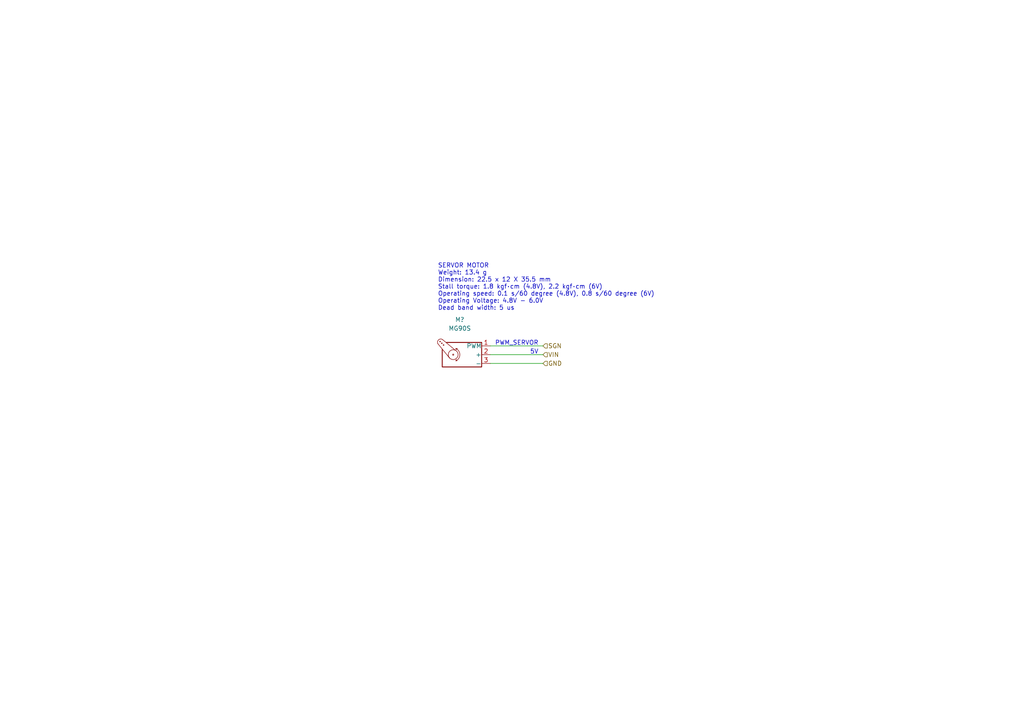
<source format=kicad_sch>
(kicad_sch (version 20211123) (generator eeschema)
  (paper "A4")
  (title_block (company "Version: ADA 0-0-0") (comment 1 "Low Fidelity Prototyped") (comment 3 "Author: Thiago Martins de Sousa") (comment 4 "UnB - FGA | Eletronic Engineering"))
  (lib_symbols
    (symbol "Motor:Motor_Servo" (pin_names (offset 0.0254))
      (property "Reference" "M" (at -5.08 4.445 0))
      (property "Value" "Motor_Servo" (at -5.08 -4.064 0))
      (symbol "Motor_Servo_0_1"
        (polyline (pts (xy 2.413 -1.778) (xy 2.032 -1.778)))
        (polyline (pts (xy 2.413 -1.778) (xy 2.286 -1.397)))
        (polyline (pts (xy 2.413 1.778) (xy 1.905 1.778)))
        (polyline (pts (xy 2.413 1.778) (xy 2.286 1.397)))
        (polyline (pts (xy 6.35 4.445) (xy 2.54 1.27)))
        (polyline (pts (xy 7.62 3.175) (xy 4.191 -1.016)))
        (polyline (pts (xy 5.08 3.556) (xy -5.08 3.556) (xy -5.08 -3.556) (xy 6.35 -3.556) (xy 6.35 1.524)) (stroke (width 0.254)))
        (arc (start 2.413 1.778) (mid 1.2406 0) (end 2.413 -1.778))
        (circle (center 3.175 0) (radius 0.1778))
        (circle (center 3.175 0) (radius 1.4224))
        (circle (center 5.969 2.794) (radius 0.127))
        (circle (center 6.477 3.302) (radius 0.127))
        (circle (center 6.985 3.81) (radius 0.127))
        (arc (start 7.62 3.175) (mid 7.4485 4.2735) (end 6.35 4.445))
      )
      (symbol "Motor_Servo_1_1"
        (pin passive line (at -7.62 2.54 0) (length 2.54) (name "PWM") (number "1"))
        (pin passive line (at -7.62 0 0) (length 2.54) (name "+") (number "2"))
        (pin passive line (at -7.62 -2.54 0) (length 2.54) (name "-") (number "3"))
      )
    )
  )
  (wire (pts (xy 142.24 105.41) (xy 157.48 105.41)))
  (wire (pts (xy 142.24 102.87) (xy 157.48 102.87)))
  (wire (pts (xy 142.24 100.33) (xy 157.48 100.33)))
  (text "5V\n" (at 156.21 102.87 180) (effects (font (size 1.27 1.27)) (justify right bottom)))
  (text "PWM_SERVOR" (at 156.21 100.33 180) (effects (font (size 1.27 1.27)) (justify right bottom)))
  (text "SERVOR MOTOR\nWeight: 13.4 g\nDimension: 22.5 x 12 X 35.5 mm\nStall torque: 1.8 kgf·cm (4.8V), 2.2 kgf·cm (6V)\nOperating speed: 0.1 s/60 degree (4.8V), 0.8 s/60 degree (6V)\nOperating Voltage: 4.8V - 6.0V\nDead band width: 5 us\n" (at 127 90.17 0) (effects (font (size 1.27 1.27)) (justify left bottom)))
  (hierarchical_label "VIN" (shape input) (at 157.48 102.87 0))
  (hierarchical_label "GND" (shape input) (at 157.48 105.41 0))
  (hierarchical_label "SGN" (shape input) (at 157.48 100.33 0))
  (symbol (lib_id "Motor:Motor_Servo") (at 134.62 102.87 0) (mirror y) (unit 1)
    (property "Reference" "M?" (at 133.3611 92.71 0))
    (property "Value" "MG90S" (at 133.3611 95.25 0))
    (property "Datasheet" "https://www.electronicoscaldas.com/datasheet/MG90S_Tower-Pro.pdf" (effects hide))
  )
)
</source>
